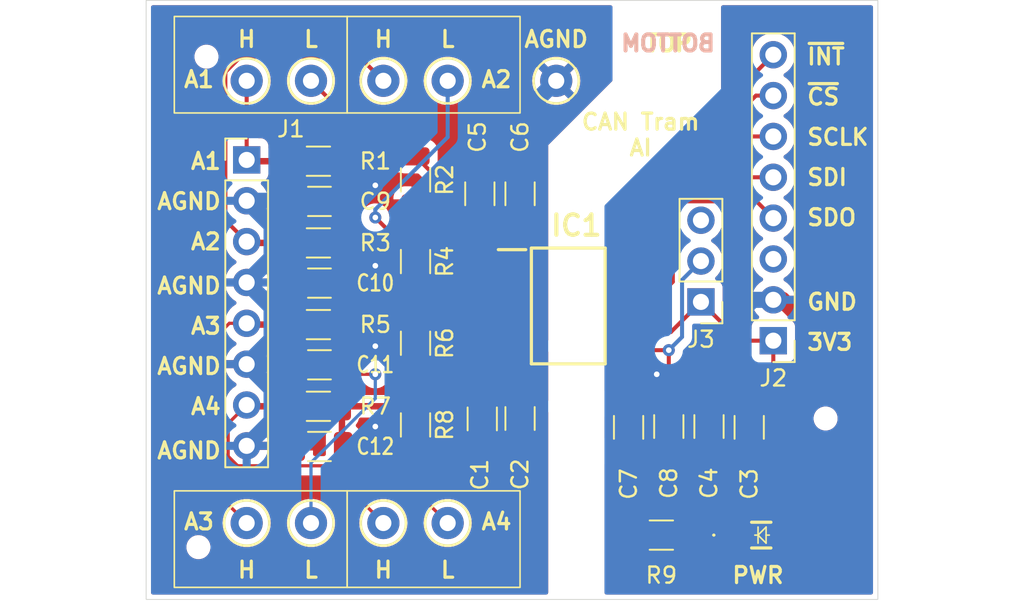
<source format=kicad_pcb>
(kicad_pcb (version 20241229) (generator "pcbnew") (generator_version "9.0")
  (layers (0 "F.Cu" signal) (2 "B.Cu" signal) (13 "F.Paste" user) (15 "B.Paste" user) (5 "F.SilkS" user "F.Silkscreen") (7 "B.SilkS" user "B.Silkscreen") (1 "F.Mask" user) (3 "B.Mask" user) (25 "Edge.Cuts" user))
  (net 0 "")
  (net 1 "GNDF")
  (net 2 "Net-(IC1-VDDF)")
  (net 3 "GNDD")
  (net 4 "+3V3")
  (net 5 "GNDA")
  (net 6 "Net-(IC1-REF)")
  (net 7 "/AL1")
  (net 8 "/AL2")
  (net 9 "/AL3")
  (net 10 "/AL4")
  (net 12 "Net-(IC1-SCLK)")
  (net 14 "Net-(IC1-~{CS})")
  (net 15 "Net-(IC1-~{INT})")
  (net 16 "Net-(IC1-SDO)")
  (net 17 "Net-(IC1-SDI)")
  (net 18 "/A1")
  (net 19 "/A3")
  (net 20 "/A4")
  (net 21 "/A2")
  (net 23 "Net-(LED1-K)")
  (net 24 "Net-(IC1-VDDPL)")
  (footprint "Capacitor_SMD:C_1206_3216Metric" (layer "F.Cu") (at 144.75 114.55 -90)
    (property "Reference" "C3" (at 3.525 0 90) (layer "F.SilkS"))
    (property "Value" "1u")
    (fp_line (start -0.711252 0.91) (end 0.711252 0.91) (stroke (width 0.12)) (layer "F.SilkS"))
    (fp_line (start -0.711252 -0.91) (end 0.711252 -0.91) (stroke (width 0.12)) (layer "F.SilkS"))
    (pad "1" smd roundrect (at -1.475 0 270) (size 1.15 1.8) (layers "F.Cu" "F.Mask" "F.Paste") (roundrect_rratio 0.217391) (net 4 "+3V3"))
    (pad "2" smd roundrect (at 1.475 0 270) (size 1.15 1.8) (layers "F.Cu" "F.Mask" "F.Paste") (roundrect_rratio 0.217391) (net 3 "GNDD"))
  )
  (footprint "Capacitor_SMD:C_1206_3216Metric" (layer "F.Cu") (at 137.25 114.55 -90)
    (property "Reference" "C7" (at 3.525 0 90) (layer "F.SilkS"))
    (property "Value" "1u")
    (fp_line (start -0.711252 0.91) (end 0.711252 0.91) (stroke (width 0.12)) (layer "F.SilkS"))
    (fp_line (start -0.711252 -0.91) (end 0.711252 -0.91) (stroke (width 0.12)) (layer "F.SilkS"))
    (pad "1" smd roundrect (at -1.475 0 270) (size 1.15 1.8) (layers "F.Cu" "F.Mask" "F.Paste") (roundrect_rratio 0.217391) (net 24 "Net-(IC1-VDDPL)"))
    (pad "2" smd roundrect (at 1.475 0 270) (size 1.15 1.8) (layers "F.Cu" "F.Mask" "F.Paste") (roundrect_rratio 0.217391) (net 3 "GNDD"))
  )
  (footprint "Capacitor_SMD:C_1206_3216Metric" (layer "F.Cu") (at 118.025 110.66 180)
    (property "Reference" "C11" (at -3.475 0 0) (layer "F.SilkS") (effects (font (size 1 0.8))))
    (property "Value" "200n")
    (fp_line (start -0.711252 0.91) (end 0.711252 0.91) (stroke (width 0.12)) (layer "F.SilkS"))
    (fp_line (start -0.711252 -0.91) (end 0.711252 -0.91) (stroke (width 0.12)) (layer "F.SilkS"))
    (pad "1" smd roundrect (at -1.475 0 180) (size 1.15 1.8) (layers "F.Cu" "F.Mask" "F.Paste") (roundrect_rratio 0.217391) (net 9 "/AL3"))
    (pad "2" smd roundrect (at 1.475 0 180) (size 1.15 1.8) (layers "F.Cu" "F.Mask" "F.Paste") (roundrect_rratio 0.217391) (net 5 "GNDA"))
  )
  (footprint "Capacitor_SMD:C_1206_3216Metric" (layer "F.Cu") (at 118.025 100.5 180)
    (property "Reference" "C9" (at -3.475 0 0) (layer "F.SilkS"))
    (property "Value" "200n")
    (fp_line (start -0.711252 0.91) (end 0.711252 0.91) (stroke (width 0.12)) (layer "F.SilkS"))
    (fp_line (start -0.711252 -0.91) (end 0.711252 -0.91) (stroke (width 0.12)) (layer "F.SilkS"))
    (pad "1" smd roundrect (at -1.475 0 180) (size 1.15 1.8) (layers "F.Cu" "F.Mask" "F.Paste") (roundrect_rratio 0.217391) (net 7 "/AL1"))
    (pad "2" smd roundrect (at 1.475 0 180) (size 1.15 1.8) (layers "F.Cu" "F.Mask" "F.Paste") (roundrect_rratio 0.217391) (net 5 "GNDA"))
  )
  (footprint "Resistor_SMD:R_1206_3216Metric" (layer "F.Cu") (at 117.9625 98)
    (property "Reference" "R1" (at 3.5375 0 0) (layer "F.SilkS"))
    (property "Value" "8,2k")
    (fp_line (start -0.727064 -0.91) (end 0.727064 -0.91) (stroke (width 0.12)) (layer "F.SilkS"))
    (fp_line (start -0.727064 0.91) (end 0.727064 0.91) (stroke (width 0.12)) (layer "F.SilkS"))
    (pad "1" smd roundrect (at -1.4625 0) (size 1.125 1.75) (layers "F.Cu" "F.Mask" "F.Paste") (roundrect_rratio 0.222222) (net 18 "/A1"))
    (pad "2" smd roundrect (at 1.4625 0) (size 1.125 1.75) (layers "F.Cu" "F.Mask" "F.Paste") (roundrect_rratio 0.222222) (net 7 "/AL1"))
  )
  (footprint "Resistor_SMD:R_1206_3216Metric" (layer "F.Cu") (at 117.9625 108.16)
    (property "Reference" "R5" (at 3.5375 0 0) (layer "F.SilkS"))
    (property "Value" "8,2k")
    (fp_line (start -0.727064 -0.91) (end 0.727064 -0.91) (stroke (width 0.12)) (layer "F.SilkS"))
    (fp_line (start -0.727064 0.91) (end 0.727064 0.91) (stroke (width 0.12)) (layer "F.SilkS"))
    (pad "1" smd roundrect (at -1.4625 0) (size 1.125 1.75) (layers "F.Cu" "F.Mask" "F.Paste") (roundrect_rratio 0.222222) (net 19 "/A3"))
    (pad "2" smd roundrect (at 1.4625 0) (size 1.125 1.75) (layers "F.Cu" "F.Mask" "F.Paste") (roundrect_rratio 0.222222) (net 9 "/AL3"))
  )
  (footprint "FH_Aachen:PassStift_d=1.0_D=6.0_einseitig" (layer "F.Cu") (at 149.5 114)
    (property "Reference" "REF**" (hide yes))
    (property "Value" "PassStift_d=1.0_D=6.0_einseitig")
    (pad "" np_thru_hole circle (at 0 0) (size 1 1) (drill 1) (layers "*.Cu" "*.Mask"))
  )
  (footprint "Connector_PinHeader_2.54mm:PinHeader_1x03_P2.54mm_Vertical" (layer "F.Cu") (at 141.75 106.75 180)
    (property "Reference" "J3" (at 0 -2.33 0) (layer "F.SilkS"))
    (property "Value" "Conn_01x03")
    (fp_line (start 1.33 1.27) (end 1.33 6.41) (stroke (width 0.12)) (layer "F.SilkS"))
    (fp_line (start -1.33 6.41) (end 1.33 6.41) (stroke (width 0.12)) (layer "F.SilkS"))
    (fp_line (start -1.33 1.27) (end 1.33 1.27) (stroke (width 0.12)) (layer "F.SilkS"))
    (fp_line (start -1.33 1.27) (end -1.33 6.41) (stroke (width 0.12)) (layer "F.SilkS"))
    (fp_line (start -1.33 0) (end -1.33 -1.33) (stroke (width 0.12)) (layer "F.SilkS"))
    (fp_line (start -1.33 -1.33) (end 0 -1.33) (stroke (width 0.12)) (layer "F.SilkS"))
    (pad "1" thru_hole rect (at 0 0 180) (size 1.7 1.7) (drill 1) (layers "*.Cu" "*.Mask") (net 4 "+3V3"))
    (pad "2" thru_hole oval (at 0 2.54 180) (size 1.7 1.7) (drill 1) (layers "*.Cu" "*.Mask") (net 24 "Net-(IC1-VDDPL)"))
    (pad "3" thru_hole oval (at 0 5.08 180) (size 1.7 1.7) (drill 1) (layers "*.Cu" "*.Mask"))
  )
  (footprint "Resistor_SMD:R_1206_3216Metric" (layer "F.Cu") (at 124 114.4 -90)
    (property "Reference" "R8" (at 0 -1.82 90) (layer "F.SilkS"))
    (property "Value" "1,8k")
    (fp_line (start -0.727064 0.91) (end 0.727064 0.91) (stroke (width 0.12)) (layer "F.SilkS"))
    (fp_line (start -0.727064 -0.91) (end 0.727064 -0.91) (stroke (width 0.12)) (layer "F.SilkS"))
    (pad "1" smd roundrect (at -1.4625 0 270) (size 1.125 1.75) (layers "F.Cu" "F.Mask" "F.Paste") (roundrect_rratio 0.222222) (net 10 "/AL4"))
    (pad "2" smd roundrect (at 1.4625 0 270) (size 1.125 1.75) (layers "F.Cu" "F.Mask" "F.Paste") (roundrect_rratio 0.222222) (net 5 "GNDA"))
  )
  (footprint "FH_Aachen:PassStift_d=1.0_D=6.0_einseitig" (layer "F.Cu") (at 111 91.5)
    (property "Reference" "REF**" (hide yes))
    (property "Value" "PassStift_d=1.0_D=6.0_einseitig")
    (pad "" np_thru_hole circle (at 0 0) (size 1 1) (drill 1) (layers "*.Cu" "*.Mask"))
  )
  (footprint "TestPoint:TestPoint_Keystone_5000-5004_Miniature" (layer "F.Cu") (at 126 120.5)
    (property "Reference" "TP5" (hide yes))
    (property "Value" "TestPoint_Probe")
    (fp_circle (center 0 0) (end 1.4 0) (stroke (width 0.15)) (fill no) (layer "F.SilkS"))
    (pad "1" thru_hole circle (at 0 0) (size 2 2) (drill 1) (layers "*.Cu" "*.Mask") (net 10 "/AL4"))
  )
  (footprint "TestPoint:TestPoint_Keystone_5000-5004_Miniature" (layer "F.Cu") (at 126 93)
    (property "Reference" "TP7" (hide yes))
    (property "Value" "TestPoint_Probe")
    (fp_circle (center 0 0) (end 1.4 0) (stroke (width 0.15)) (fill no) (layer "F.SilkS"))
    (pad "1" thru_hole circle (at 0 0) (size 2 2) (drill 1) (layers "*.Cu" "*.Mask") (net 8 "/AL2"))
  )
  (footprint "Capacitor_SMD:C_1206_3216Metric" (layer "F.Cu") (at 128 100.025 90)
    (property "Reference" "C5" (at 3.525 -0.15 90) (layer "F.SilkS"))
    (property "Value" "1u")
    (fp_line (start -0.711252 -0.91) (end 0.711252 -0.91) (stroke (width 0.12)) (layer "F.SilkS"))
    (fp_line (start -0.711252 0.91) (end 0.711252 0.91) (stroke (width 0.12)) (layer "F.SilkS"))
    (pad "1" smd roundrect (at -1.475 0 90) (size 1.15 1.8) (layers "F.Cu" "F.Mask" "F.Paste") (roundrect_rratio 0.217391) (net 6 "Net-(IC1-REF)"))
    (pad "2" smd roundrect (at 1.475 0 90) (size 1.15 1.8) (layers "F.Cu" "F.Mask" "F.Paste") (roundrect_rratio 0.217391) (net 5 "GNDA"))
  )
  (footprint "Connector_PinHeader_2.54mm:PinHeader_1x08_P2.54mm_Vertical" (layer "F.Cu") (at 146.25 109.16 180)
    (property "Reference" "J2" (at 0 -2.33 0) (layer "F.SilkS"))
    (property "Value" "Conn_01x08")
    (fp_line (start 1.33 1.27) (end 1.33 19.11) (stroke (width 0.12)) (layer "F.SilkS"))
    (fp_line (start -1.33 19.11) (end 1.33 19.11) (stroke (width 0.12)) (layer "F.SilkS"))
    (fp_line (start -1.33 1.27) (end 1.33 1.27) (stroke (width 0.12)) (layer "F.SilkS"))
    (fp_line (start -1.33 1.27) (end -1.33 19.11) (stroke (width 0.12)) (layer "F.SilkS"))
    (fp_line (start -1.33 0) (end -1.33 -1.33) (stroke (width 0.12)) (layer "F.SilkS"))
    (fp_line (start -1.33 -1.33) (end 0 -1.33) (stroke (width 0.12)) (layer "F.SilkS"))
    (pad "1" thru_hole rect (at 0 0 180) (size 1.7 1.7) (drill 1) (layers "*.Cu" "*.Mask") (net 4 "+3V3"))
    (pad "2" thru_hole oval (at 0 2.54 180) (size 1.7 1.7) (drill 1) (layers "*.Cu" "*.Mask") (net 3 "GNDD"))
    (pad "3" thru_hole oval (at 0 5.08 180) (size 1.7 1.7) (drill 1) (layers "*.Cu" "*.Mask"))
    (pad "4" thru_hole oval (at 0 7.62 180) (size 1.7 1.7) (drill 1) (layers "*.Cu" "*.Mask") (net 16 "Net-(IC1-SDO)"))
    (pad "5" thru_hole oval (at 0 10.16 180) (size 1.7 1.7) (drill 1) (layers "*.Cu" "*.Mask") (net 17 "Net-(IC1-SDI)"))
    (pad "6" thru_hole oval (at 0 12.7 180) (size 1.7 1.7) (drill 1) (layers "*.Cu" "*.Mask") (net 12 "Net-(IC1-SCLK)"))
    (pad "7" thru_hole oval (at 0 15.24 180) (size 1.7 1.7) (drill 1) (layers "*.Cu" "*.Mask") (net 14 "Net-(IC1-~{CS})"))
    (pad "8" thru_hole oval (at 0 17.78 180) (size 1.7 1.7) (drill 1) (layers "*.Cu" "*.Mask") (net 15 "Net-(IC1-~{INT})"))
  )
  (footprint "Resistor_SMD:R_1206_3216Metric" (layer "F.Cu") (at 124 99.16 -90)
    (property "Reference" "R2" (at 0 -1.82 90) (layer "F.SilkS"))
    (property "Value" "1,8k")
    (fp_line (start -0.727064 0.91) (end 0.727064 0.91) (stroke (width 0.12)) (layer "F.SilkS"))
    (fp_line (start -0.727064 -0.91) (end 0.727064 -0.91) (stroke (width 0.12)) (layer "F.SilkS"))
    (pad "1" smd roundrect (at -1.4625 0 270) (size 1.125 1.75) (layers "F.Cu" "F.Mask" "F.Paste") (roundrect_rratio 0.222222) (net 7 "/AL1"))
    (pad "2" smd roundrect (at 1.4625 0 270) (size 1.125 1.75) (layers "F.Cu" "F.Mask" "F.Paste") (roundrect_rratio 0.222222) (net 5 "GNDA"))
  )
  (footprint "TestPoint:TestPoint_Keystone_5000-5004_Miniature" (layer "F.Cu") (at 117.5 120.5)
    (property "Reference" "TP6" (hide yes))
    (property "Value" "TestPoint_Probe")
    (fp_circle (center 0 0) (end 1.4 0) (stroke (width 0.15)) (fill no) (layer "F.SilkS"))
    (pad "1" thru_hole circle (at 0 0) (size 2 2) (drill 1) (layers "*.Cu" "*.Mask") (net 9 "/AL3"))
  )
  (footprint "TestPoint:TestPoint_Keystone_5000-5004_Miniature" (layer "F.Cu") (at 132.75 93)
    (property "Reference" "TP9" (hide yes))
    (property "Value" "TestPoint_Probe")
    (fp_circle (center 0 0) (end 1.4 0) (stroke (width 0.15)) (fill no) (layer "F.SilkS"))
    (pad "1" thru_hole circle (at 0 0) (size 2 2) (drill 1) (layers "*.Cu" "*.Mask") (net 5 "GNDA"))
  )
  (footprint "Capacitor_SMD:C_1206_3216Metric" (layer "F.Cu") (at 130.5 100.025 90)
    (property "Reference" "C6" (at 3.525 0 90) (layer "F.SilkS"))
    (property "Value" "10n")
    (fp_line (start -0.711252 -0.91) (end 0.711252 -0.91) (stroke (width 0.12)) (layer "F.SilkS"))
    (fp_line (start -0.711252 0.91) (end 0.711252 0.91) (stroke (width 0.12)) (layer "F.SilkS"))
    (pad "1" smd roundrect (at -1.475 0 90) (size 1.15 1.8) (layers "F.Cu" "F.Mask" "F.Paste") (roundrect_rratio 0.217391) (net 6 "Net-(IC1-REF)"))
    (pad "2" smd roundrect (at 1.475 0 90) (size 1.15 1.8) (layers "F.Cu" "F.Mask" "F.Paste") (roundrect_rratio 0.217391) (net 5 "GNDA"))
  )
  (footprint "Resistor_SMD:R_1206_3216Metric" (layer "F.Cu") (at 117.9625 113.24)
    (property "Reference" "R7" (at 3.5375 0 0) (layer "F.SilkS"))
    (property "Value" "8,2k")
    (fp_line (start -0.727064 -0.91) (end 0.727064 -0.91) (stroke (width 0.12)) (layer "F.SilkS"))
    (fp_line (start -0.727064 0.91) (end 0.727064 0.91) (stroke (width 0.12)) (layer "F.SilkS"))
    (pad "1" smd roundrect (at -1.4625 0) (size 1.125 1.75) (layers "F.Cu" "F.Mask" "F.Paste") (roundrect_rratio 0.222222) (net 20 "/A4"))
    (pad "2" smd roundrect (at 1.4625 0) (size 1.125 1.75) (layers "F.Cu" "F.Mask" "F.Paste") (roundrect_rratio 0.222222) (net 10 "/AL4"))
  )
  (footprint "Resistor_SMD:R_1206_3216Metric" (layer "F.Cu") (at 124 104.24 -90)
    (property "Reference" "R4" (at 0 -1.82 90) (layer "F.SilkS"))
    (property "Value" "1,8k")
    (fp_line (start -0.727064 0.91) (end 0.727064 0.91) (stroke (width 0.12)) (layer "F.SilkS"))
    (fp_line (start -0.727064 -0.91) (end 0.727064 -0.91) (stroke (width 0.12)) (layer "F.SilkS"))
    (pad "1" smd roundrect (at -1.4625 0 270) (size 1.125 1.75) (layers "F.Cu" "F.Mask" "F.Paste") (roundrect_rratio 0.222222) (net 8 "/AL2"))
    (pad "2" smd roundrect (at 1.4625 0 270) (size 1.125 1.75) (layers "F.Cu" "F.Mask" "F.Paste") (roundrect_rratio 0.222222) (net 5 "GNDA"))
  )
  (footprint "Capacitor_SMD:C_1206_3216Metric" (layer "F.Cu") (at 142.25 114.5 -90)
    (property "Reference" "C4" (at 3.525 0 90) (layer "F.SilkS"))
    (property "Value" "10n")
    (fp_line (start -0.711252 0.91) (end 0.711252 0.91) (stroke (width 0.12)) (layer "F.SilkS"))
    (fp_line (start -0.711252 -0.91) (end 0.711252 -0.91) (stroke (width 0.12)) (layer "F.SilkS"))
    (pad "1" smd roundrect (at -1.475 0 270) (size 1.15 1.8) (layers "F.Cu" "F.Mask" "F.Paste") (roundrect_rratio 0.217391) (net 4 "+3V3"))
    (pad "2" smd roundrect (at 1.475 0 270) (size 1.15 1.8) (layers "F.Cu" "F.Mask" "F.Paste") (roundrect_rratio 0.217391) (net 3 "GNDD"))
  )
  (footprint "Capacitor_SMD:C_1206_3216Metric" (layer "F.Cu") (at 139.75 114.5 -90)
    (property "Reference" "C8" (at 3.525 0 90) (layer "F.SilkS"))
    (property "Value" "10n")
    (fp_line (start -0.711252 0.91) (end 0.711252 0.91) (stroke (width 0.12)) (layer "F.SilkS"))
    (fp_line (start -0.711252 -0.91) (end 0.711252 -0.91) (stroke (width 0.12)) (layer "F.SilkS"))
    (pad "1" smd roundrect (at -1.475 0 270) (size 1.15 1.8) (layers "F.Cu" "F.Mask" "F.Paste") (roundrect_rratio 0.217391) (net 24 "Net-(IC1-VDDPL)"))
    (pad "2" smd roundrect (at 1.475 0 270) (size 1.15 1.8) (layers "F.Cu" "F.Mask" "F.Paste") (roundrect_rratio 0.217391) (net 3 "GNDD"))
  )
  (footprint "TestPoint:TestPoint_Keystone_5000-5004_Miniature" (layer "F.Cu") (at 113.5 120.5)
    (property "Reference" "TP3" (hide yes))
    (property "Value" "TestPoint_Probe")
    (fp_circle (center 0 0) (end 1.4 0) (stroke (width 0.15)) (fill no) (layer "F.SilkS"))
    (pad "1" thru_hole circle (at 0 0) (size 2 2) (drill 1) (layers "*.Cu" "*.Mask") (net 19 "/A3"))
  )
  (footprint "Capacitor_SMD:C_1206_3216Metric" (layer "F.Cu") (at 130.5 114 90)
    (property "Reference" "C2" (at -3.475 0 90) (layer "F.SilkS"))
    (property "Value" "1u")
    (fp_line (start -0.711252 -0.91) (end 0.711252 -0.91) (stroke (width 0.12)) (layer "F.SilkS"))
    (fp_line (start -0.711252 0.91) (end 0.711252 0.91) (stroke (width 0.12)) (layer "F.SilkS"))
    (pad "1" smd roundrect (at -1.475 0 90) (size 1.15 1.8) (layers "F.Cu" "F.Mask" "F.Paste") (roundrect_rratio 0.217391) (net 2 "Net-(IC1-VDDF)"))
    (pad "2" smd roundrect (at 1.475 0 90) (size 1.15 1.8) (layers "F.Cu" "F.Mask" "F.Paste") (roundrect_rratio 0.217391) (net 1 "GNDF"))
  )
  (footprint "Capacitor_SMD:C_1206_3216Metric" (layer "F.Cu") (at 128.15 114.025 90)
    (property "Reference" "C1" (at -3.475 -0.15 90) (layer "F.SilkS"))
    (property "Value" "10n")
    (fp_line (start -0.711252 -0.91) (end 0.711252 -0.91) (stroke (width 0.12)) (layer "F.SilkS"))
    (fp_line (start -0.711252 0.91) (end 0.711252 0.91) (stroke (width 0.12)) (layer "F.SilkS"))
    (pad "1" smd roundrect (at -1.475 0 90) (size 1.15 1.8) (layers "F.Cu" "F.Mask" "F.Paste") (roundrect_rratio 0.217391) (net 2 "Net-(IC1-VDDF)"))
    (pad "2" smd roundrect (at 1.475 0 90) (size 1.15 1.8) (layers "F.Cu" "F.Mask" "F.Paste") (roundrect_rratio 0.217391) (net 1 "GNDF"))
  )
  (footprint "TestPoint:TestPoint_Keystone_5000-5004_Miniature" (layer "F.Cu") (at 122 93)
    (property "Reference" "TP2" (hide yes))
    (property "Value" "TestPoint_Probe")
    (fp_circle (center 0 0) (end 1.4 0) (stroke (width 0.15)) (fill no) (layer "F.SilkS"))
    (pad "1" thru_hole circle (at 0 0) (size 2 2) (drill 1) (layers "*.Cu" "*.Mask") (net 21 "/A2"))
  )
  (footprint "Connector_PinHeader_2.54mm:PinHeader_1x08_P2.54mm_Vertical" (layer "F.Cu") (at 113.5 97.92)
    (property "Reference" "J1" (at 2.75 -1.92 0) (layer "F.SilkS"))
    (property "Value" "Conn_01x08")
    (fp_line (start -1.33 -1.33) (end 0 -1.33) (stroke (width 0.12)) (layer "F.SilkS"))
    (fp_line (start -1.33 0) (end -1.33 -1.33) (stroke (width 0.12)) (layer "F.SilkS"))
    (fp_line (start -1.33 1.27) (end -1.33 19.11) (stroke (width 0.12)) (layer "F.SilkS"))
    (fp_line (start -1.33 1.27) (end 1.33 1.27) (stroke (width 0.12)) (layer "F.SilkS"))
    (fp_line (start -1.33 19.11) (end 1.33 19.11) (stroke (width 0.12)) (layer "F.SilkS"))
    (fp_line (start 1.33 1.27) (end 1.33 19.11) (stroke (width 0.12)) (layer "F.SilkS"))
    (pad "1" thru_hole rect (at 0 0) (size 1.7 1.7) (drill 1) (layers "*.Cu" "*.Mask") (net 18 "/A1"))
    (pad "2" thru_hole oval (at 0 2.54) (size 1.7 1.7) (drill 1) (layers "*.Cu" "*.Mask") (net 5 "GNDA"))
    (pad "3" thru_hole oval (at 0 5.08) (size 1.7 1.7) (drill 1) (layers "*.Cu" "*.Mask") (net 21 "/A2"))
    (pad "4" thru_hole oval (at 0 7.62) (size 1.7 1.7) (drill 1) (layers "*.Cu" "*.Mask") (net 5 "GNDA"))
    (pad "5" thru_hole oval (at 0 10.16) (size 1.7 1.7) (drill 1) (layers "*.Cu" "*.Mask") (net 19 "/A3"))
    (pad "6" thru_hole oval (at 0 12.7) (size 1.7 1.7) (drill 1) (layers "*.Cu" "*.Mask") (net 5 "GNDA"))
    (pad "7" thru_hole oval (at 0 15.24) (size 1.7 1.7) (drill 1) (layers "*.Cu" "*.Mask") (net 20 "/A4"))
    (pad "8" thru_hole oval (at 0 17.78) (size 1.7 1.7) (drill 1) (layers "*.Cu" "*.Mask") (net 5 "GNDA"))
  )
  (footprint "Capacitor_SMD:C_1206_3216Metric" (layer "F.Cu") (at 118.025 105.58 180)
    (property "Reference" "C10" (at -3.475 0 0) (layer "F.SilkS") (effects (font (size 1 0.8))))
    (property "Value" "200n")
    (fp_line (start -0.711252 0.91) (end 0.711252 0.91) (stroke (width 0.12)) (layer "F.SilkS"))
    (fp_line (start -0.711252 -0.91) (end 0.711252 -0.91) (stroke (width 0.12)) (layer "F.SilkS"))
    (pad "1" smd roundrect (at -1.475 0 180) (size 1.15 1.8) (layers "F.Cu" "F.Mask" "F.Paste") (roundrect_rratio 0.217391) (net 8 "/AL2"))
    (pad "2" smd roundrect (at 1.475 0 180) (size 1.15 1.8) (layers "F.Cu" "F.Mask" "F.Paste") (roundrect_rratio 0.217391) (net 5 "GNDA"))
  )
  (footprint "Resistor_SMD:R_1206_3216Metric" (layer "F.Cu") (at 139.2875 121.25 180)
    (property "Reference" "R9" (at 0 -2.5 0) (layer "F.SilkS"))
    (property "Value" "8,2k")
    (fp_line (start -0.727064 0.91) (end 0.727064 0.91) (stroke (width 0.12)) (layer "F.SilkS"))
    (fp_line (start -0.727064 -0.91) (end 0.727064 -0.91) (stroke (width 0.12)) (layer "F.SilkS"))
    (pad "1" smd roundrect (at -1.4625 0 180) (size 1.125 1.75) (layers "F.Cu" "F.Mask" "F.Paste") (roundrect_rratio 0.222222) (net 23 "Net-(LED1-K)"))
    (pad "2" smd roundrect (at 1.4625 0 180) (size 1.125 1.75) (layers "F.Cu" "F.Mask" "F.Paste") (roundrect_rratio 0.222222) (net 3 "GNDD"))
  )
  (footprint "FH_Aachen:PassStift_d=1.0_D=6.0_einseitig" (layer "F.Cu") (at 110.5 122)
    (property "Reference" "REF**" (hide yes))
    (property "Value" "PassStift_d=1.0_D=6.0_einseitig")
    (pad "" np_thru_hole circle (at 0 0) (size 1 1) (drill 1) (layers "*.Cu" "*.Mask"))
  )
  (footprint "TestPoint:TestPoint_Keystone_5000-5004_Miniature" (layer "F.Cu") (at 113.5 93)
    (property "Reference" "TP1" (hide yes))
    (property "Value" "TestPoint_Probe")
    (fp_circle (center 0 0) (end 1.4 0) (stroke (width 0.15)) (fill no) (layer "F.SilkS"))
    (pad "1" thru_hole circle (at 0 0) (size 2 2) (drill 1) (layers "*.Cu" "*.Mask") (net 18 "/A1"))
  )
  (footprint "SamacSys_Parts:SOP65P778X199-20N" (layer "F.Cu") (at 133.5 107)
    (property "Reference" "IC1" (at 0.5 -5 0) (layer "F.SilkS") (effects (font (size 1.27 1.27) (thickness 0.254))))
    (property "Value" "MAX22531AAP+" (hide yes))
    (fp_line (start -4.35 -3.5) (end -2.645 -3.5) (stroke (width 0.2)) (layer "F.SilkS"))
    (fp_line (start -2.295 -3.6) (end 2.295 -3.6) (stroke (width 0.2)) (layer "F.SilkS"))
    (fp_line (start -2.295 3.6) (end -2.295 -3.6) (stroke (width 0.2)) (layer "F.SilkS"))
    (fp_line (start 2.295 -3.6) (end 2.295 3.6) (stroke (width 0.2)) (layer "F.SilkS"))
    (fp_line (start 2.295 3.6) (end -2.295 3.6) (stroke (width 0.2)) (layer "F.SilkS"))
    (pad "1" smd rect (at -3.498 -2.925 90) (size 0.45 1.705) (layers "F.Cu" "F.Mask" "F.Paste") (net 6 "Net-(IC1-REF)"))
    (pad "2" smd rect (at -3.498 -2.275 90) (size 0.45 1.705) (layers "F.Cu" "F.Mask" "F.Paste") (net 5 "GNDA"))
    (pad "3" smd rect (at -3.498 -1.625 90) (size 0.45 1.705) (layers "F.Cu" "F.Mask" "F.Paste") (net 7 "/AL1"))
    (pad "4" smd rect (at -3.498 -0.975 90) (size 0.45 1.705) (layers "F.Cu" "F.Mask" "F.Paste") (net 8 "/AL2"))
    (pad "5" smd rect (at -3.498 -0.325 90) (size 0.45 1.705) (layers "F.Cu" "F.Mask" "F.Paste") (net 5 "GNDA"))
    (pad "6" smd rect (at -3.498 0.325 90) (size 0.45 1.705) (layers "F.Cu" "F.Mask" "F.Paste") (net 9 "/AL3"))
    (pad "7" smd rect (at -3.498 0.975 90) (size 0.45 1.705) (layers "F.Cu" "F.Mask" "F.Paste") (net 10 "/AL4"))
    (pad "8" smd rect (at -3.498 1.625 90) (size 0.45 1.705) (layers "F.Cu" "F.Mask" "F.Paste") (net 5 "GNDA"))
    (pad "9" smd rect (at -3.498 2.275 90) (size 0.45 1.705) (layers "F.Cu" "F.Mask" "F.Paste") (net 2 "Net-(IC1-VDDF)"))
    (pad "10" smd rect (at -3.498 2.925 90) (size 0.45 1.705) (layers "F.Cu" "F.Mask" "F.Paste") (net 1 "GNDF"))
    (pad "11" smd rect (at 3.498 2.925 90) (size 0.45 1.705) (layers "F.Cu" "F.Mask" "F.Paste") (net 3 "GNDD"))
    (pad "12" smd rect (at 3.498 2.275 90) (size 0.45 1.705) (layers "F.Cu" "F.Mask" "F.Paste") (net 24 "Net-(IC1-VDDPL)"))
    (pad "13" smd rect (at 3.498 1.625 90) (size 0.45 1.705) (layers "F.Cu" "F.Mask" "F.Paste") (net 4 "+3V3"))
    (pad "14" smd rect (at 3.498 0.975 90) (size 0.45 1.705) (layers "F.Cu" "F.Mask" "F.Paste"))
    (pad "15" smd rect (at 3.498 0.325 90) (size 0.45 1.705) (layers "F.Cu" "F.Mask" "F.Paste"))
    (pad "16" smd rect (at 3.498 -0.325 90) (size 0.45 1.705) (layers "F.Cu" "F.Mask" "F.Paste") (net 16 "Net-(IC1-SDO)"))
    (pad "17" smd rect (at 3.498 -0.975 90) (size 0.45 1.705) (layers "F.Cu" "F.Mask" "F.Paste") (net 17 "Net-(IC1-SDI)"))
    (pad "18" smd rect (at 3.498 -1.625 90) (size 0.45 1.705) (layers "F.Cu" "F.Mask" "F.Paste") (net 12 "Net-(IC1-SCLK)"))
    (pad "19" smd rect (at 3.498 -2.275 90) (size 0.45 1.705) (layers "F.Cu" "F.Mask" "F.Paste") (net 14 "Net-(IC1-~{CS})"))
    (pad "20" smd rect (at 3.498 -2.925 90) (size 0.45 1.705) (layers "F.Cu" "F.Mask" "F.Paste") (net 15 "Net-(IC1-~{INT})"))
  )
  (footprint "Resistor_SMD:R_1206_3216Metric" (layer "F.Cu") (at 117.9625 103.08)
    (property "Reference" "R3" (at 3.5375 0 0) (layer "F.SilkS"))
    (property "Value" "8,2k")
    (fp_line (start -0.727064 -0.91) (end 0.727064 -0.91) (stroke (width 0.12)) (layer "F.SilkS"))
    (fp_line (start -0.727064 0.91) (end 0.727064 0.91) (stroke (width 0.12)) (layer "F.SilkS"))
    (pad "1" smd roundrect (at -1.4625 0) (size 1.125 1.75) (layers "F.Cu" "F.Mask" "F.Paste") (roundrect_rratio 0.222222) (net 21 "/A2"))
    (pad "2" smd roundrect (at 1.4625 0) (size 1.125 1.75) (layers "F.Cu" "F.Mask" "F.Paste") (roundrect_rratio 0.222222) (net 8 "/AL2"))
  )
  (footprint "TestPoint:TestPoint_Keystone_5000-5004_Miniature" (layer "F.Cu") (at 122 120.5)
    (property "Reference" "TP4" (hide yes))
    (property "Value" "TestPoint_Probe")
    (fp_circle (center 0 0) (end 1.4 0) (stroke (width 0.15)) (fill no) (layer "F.SilkS"))
    (pad "1" thru_hole circle (at 0 0) (size 2 2) (drill 1) (layers "*.Cu" "*.Mask") (net 20 "/A4"))
  )
  (footprint "TestPoint:TestPoint_Keystone_5000-5004_Miniature" (layer "F.Cu") (at 117.5 93)
    (property "Reference" "TP8" (hide yes))
    (property "Value" "TestPoint_Probe")
    (fp_circle (center 0 0) (end 1.4 0) (stroke (width 0.15)) (fill no) (layer "F.SilkS"))
    (pad "1" thru_hole circle (at 0 0) (size 2 2) (drill 1) (layers "*.Cu" "*.Mask") (net 7 "/AL1"))
  )
  (footprint "SamacSys_Parts:156120GS75000" (layer "F.Cu") (at 145.5 121.25)
    (property "Reference" "LED1" (hide yes))
    (property "Value" "156120GS75000" (hide yes))
    (fp_line (start -3 0) (end -3 0) (stroke (width 0.1)) (layer "F.SilkS"))
    (fp_line (start -2.9 0) (end -2.9 0) (stroke (width 0.1)) (layer "F.SilkS"))
    (fp_line (start -0.6 -0.8) (end 0.6 -0.8) (stroke (width 0.2)) (layer "F.SilkS"))
    (fp_line (start -0.6 0.8) (end 0.6 0.8) (stroke (width 0.2)) (layer "F.SilkS"))
    (fp_line (start -0.2 -0.5) (end -0.2 0.5) (stroke (width 0.1)) (layer "F.SilkS"))
    (fp_line (start -0.2 0) (end -0.4 0) (stroke (width 0.1)) (layer "F.SilkS"))
    (fp_line (start -0.2 0) (end 0.3 0.5) (stroke (width 0.1)) (layer "F.SilkS"))
    (fp_line (start 0.3 -0.5) (end -0.2 0) (stroke (width 0.1)) (layer "F.SilkS"))
    (fp_line (start 0.3 0) (end 0.3 -0.5) (stroke (width 0.1)) (layer "F.SilkS"))
    (fp_line (start 0.3 0) (end 0.5 0) (stroke (width 0.1)) (layer "F.SilkS"))
    (fp_line (start 0.3 0.5) (end 0.3 0) (stroke (width 0.1)) (layer "F.SilkS"))
    (fp_arc (start -3 0) (mid -2.95 -0.05) (end -2.9 0) (stroke (width 0.1)) (layer "F.SilkS"))
    (fp_arc (start -2.9 0) (mid -2.95 0.05) (end -3 0) (stroke (width 0.1)) (layer "F.SilkS"))
    (pad "1" smd rect (at -1.75 0) (size 1.5 1.6) (layers "F.Cu" "F.Mask" "F.Paste") (net 23 "Net-(LED1-K)"))
    (pad "2" smd rect (at 1.75 0) (size 1.5 1.6) (layers "F.Cu" "F.Mask" "F.Paste") (net 4 "+3V3"))
  )
  (footprint "Capacitor_SMD:C_1206_3216Metric" (layer "F.Cu") (at 118.025 115.74 180)
    (property "Reference" "C12" (at -3.475 0 0) (layer "F.SilkS") (effects (font (size 1 0.8))))
    (property "Value" "200n")
    (fp_line (start -0.711252 0.91) (end 0.711252 0.91) (stroke (width 0.12)) (layer "F.SilkS"))
    (fp_line (start -0.711252 -0.91) (end 0.711252 -0.91) (stroke (width 0.12)) (layer "F.SilkS"))
    (pad "1" smd roundrect (at -1.475 0 180) (size 1.15 1.8) (layers "F.Cu" "F.Mask" "F.Paste") (roundrect_rratio 0.217391) (net 10 "/AL4"))
    (pad "2" smd roundrect (at 1.475 0 180) (size 1.15 1.8) (layers "F.Cu" "F.Mask" "F.Paste") (roundrect_rratio 0.217391) (net 5 "GNDA"))
  )
  (footprint "Resistor_SMD:R_1206_3216Metric" (layer "F.Cu") (at 124 109.32 -90)
    (property "Reference" "R6" (at 0 -1.82 90) (layer "F.SilkS"))
    (property "Value" "1,8k")
    (fp_line (start -0.727064 0.91) (end 0.727064 0.91) (stroke (width 0.12)) (layer "F.SilkS"))
    (fp_line (start -0.727064 -0.91) (end 0.727064 -0.91) (stroke (width 0.12)) (layer "F.SilkS"))
    (pad "1" smd roundrect (at -1.4625 0 270) (size 1.125 1.75) (layers "F.Cu" "F.Mask" "F.Paste") (roundrect_rratio 0.222222) (net 9 "/AL3"))
    (pad "2" smd roundrect (at 1.4625 0 270) (size 1.125 1.75) (layers "F.Cu" "F.Mask" "F.Paste") (roundrect_rratio 0.222222) (net 5 "GNDA"))
  )
  (gr_rect (start 109 89) (end 119.75 95) (stroke (width 0.1)) (fill no) (layer "F.SilkS"))
  (gr_rect (start 119.75 118.5) (end 130.5 124.5) (stroke (width 0.1)) (fill no) (layer "F.SilkS"))
  (gr_rect (start 119.75 89) (end 130.5 95) (stroke (width 0.1)) (fill no) (layer "F.SilkS"))
  (gr_rect (start 109 118.5) (end 119.75 124.5) (stroke (width 0.1)) (fill no) (layer "F.SilkS"))
  (gr_rect (start 107.25 88) (end 152.75 125.25) (stroke (width 0.05)) (fill no) (layer "Edge.Cuts"))
  (gr_text "H" (at 122 91 0) (layer "F.SilkS") (effects (font (size 1 1) (thickness 0.2) (bold yes)) (justify bottom)))
  (gr_text "A3" (at 109.5 121 0) (layer "F.SilkS") (effects (font (size 1 1) (thickness 0.2) (bold yes)) (justify left bottom)))
  (gr_text "H" (at 113.5 124 0) (layer "F.SilkS") (effects (font (size 1 1) (thickness 0.2) (bold yes)) (justify bottom)))
  (gr_text "A4" (at 128 121 0) (layer "F.SilkS") (effects (font (size 1 1) (thickness 0.2) (bold yes)) (justify left bottom)))
  (gr_text "A3" (at 112 108.25 0) (layer "F.SilkS") (effects (font (size 1 1) (thickness 0.2) (bold yes)) (justify right)))
  (gr_text "AGND" (at 112 105.75 0) (layer "F.SilkS") (effects (font (size 1 1) (thickness 0.2) (bold yes)) (justify right)))
  (gr_text "CAN Tram\nAI" (at 138 97.75 0) (layer "F.SilkS") (effects (font (size 1 1) (thickness 0.2) (bold yes)) (justify bottom)))
  (gr_text "SDI" (at 148.25 99 0) (layer "F.SilkS") (effects (font (size 1 1) (thickness 0.2) (bold yes)) (justify left)))
  (gr_text "PWR" (at 147 123.75 0) (layer "F.SilkS") (effects (font (size 1 1) (thickness 0.2) (bold yes)) (justify right)))
  (gr_text "A4" (at 112 113.25 0) (layer "F.SilkS") (effects (font (size 1 1) (thickness 0.2) (bold yes)) (justify right)))
  (gr_text "A1" (at 112 98 0) (layer "F.SilkS") (effects (font (size 1 1) (thickness 0.2) (bold yes)) (justify right)))
  (gr_text "AGND" (at 132.75 91 0) (layer "F.SilkS") (effects (font (size 1 1) (thickness 0.2) (bold yes)) (justify bottom)))
  (gr_text "TOP" (at 139.75 91.25 0) (layer "F.SilkS") (effects (font (size 1 1) (thickness 0.25) (bold yes)) (justify bottom)))
  (gr_text "L" (at 117.5 124 0) (layer "F.SilkS") (effects (font (size 1 1) (thickness 0.2) (bold yes)) (justify bottom)))
  (gr_text "L" (at 126 124 0) (layer "F.SilkS") (effects (font (size 1 1) (thickness 0.2) (bold yes)) (justify bottom)))
  (gr_text "AGND" (at 112 100.5 0) (layer "F.SilkS") (effects (font (size 1 1) (thickness 0.2) (bold yes)) (justify right)))
  (gr_text "A1" (at 109.5 93.5 0) (layer "F.SilkS") (effects (font (size 1 1) (thickness 0.2) (bold yes)) (justify left bottom)))
  (gr_text "AGND" (at 112 116 0) (layer "F.SilkS") (effects (font (size 1 1) (thickness 0.2) (bold yes)) (justify right)))
  (gr_text "H" (at 122 124 0) (layer "F.SilkS") (effects (font (size 1 1) (thickness 0.2) (bold yes)) (justify bottom)))
  (gr_text "~{CS}" (at 148.25 94 0) (layer "F.SilkS") (effects (font (size 1 1) (thickness 0.2) (bold yes)) (justify left)))
  (gr_text "SCLK" (at 148.25 96.5 0) (layer "F.SilkS") (effects (font (size 1 1) (thickness 0.2) (bold yes)) (justify left)))
  (gr_text "H" (at 113.5 91 0) (layer "F.SilkS") (effects (font (size 1 1) (thickness 0.2) (bold yes)) (justify bottom)))
  (gr_text "3V3" (at 148.25 109.25 0) (layer "F.SilkS") (effects (font (size 1 1) (thickness 0.2) (bold yes)) (justify left)))
  (gr_text "SDO" (at 148.25 101.5 0) (layer "F.SilkS") (effects (font (size 1 1) (thickness 0.2) (bold yes)) (justify left)))
  (gr_text "GND" (at 148.25 106.75 0) (layer "F.SilkS") (effects (font (size 1 1) (thickness 0.2) (bold yes)) (justify left)))
  (gr_text "A2" (at 128 93.5 0) (layer "F.SilkS") (effects (font (size 1 1) (thickness 0.2) (bold yes)) (justify left bottom)))
  (gr_text "~{INT}" (at 148.25 91.5 0) (layer "F.SilkS") (effects (font (size 1 1) (thickness 0.2) (bold yes)) (justify left)))
  (gr_text "A2" (at 112 103 0) (layer "F.SilkS") (effects (font (size 1 1) (thickness 0.2) (bold yes)) (justify right)))
  (gr_text "AGND" (at 112 110.75 0) (layer "F.SilkS") (effects (font (size 1 1) (thickness 0.2) (bold yes)) (justify right)))
  (gr_text "L" (at 126 91 0) (layer "F.SilkS") (effects (font (size 1 1) (thickness 0.2) (bold yes)) (justify bottom)))
  (gr_text "L" (at 117.5 91 0) (layer "F.SilkS") (effects (font (size 1 1) (thickness 0.2) (bold yes)) (justify bottom)))
  (gr_text "BOTTOM" (at 142.75 91.25 0) (layer "B.SilkS") (effects (font (size 1 1) (thickness 0.25) (bold yes)) (justify left bottom mirror)))
  (segment (start 130.002 109.925) (end 130.002 112.027) (width 0.4) (layer "F.Cu") (net 1))
  (segment (start 130.002 112.027) (end 130.5 112.525) (width 0.4) (layer "F.Cu") (net 1))
  (segment (start 130.002 109.925) (end 130.002 110.698) (width 0.4) (layer "F.Cu") (net 1))
  (segment (start 130.002 110.698) (end 128.15 112.55) (width 0.4) (layer "F.Cu") (net 1))
  (segment (start 128.15 115.5) (end 130.475 115.5) (width 0.4) (layer "F.Cu") (net 2))
  (segment (start 126.85 111.1995) (end 126.85 114.2) (width 0.4) (layer "F.Cu") (net 2))
  (segment (start 130.475 115.5) (end 130.5 115.475) (width 0.4) (layer "F.Cu") (net 2))
  (segment (start 130.002 109.275) (end 128.7745 109.275) (width 0.4) (layer "F.Cu") (net 2))
  (segment (start 126.85 114.2) (end 128.15 115.5) (width 0.4) (layer "F.Cu") (net 2))
  (segment (start 128.7745 109.275) (end 126.85 111.1995) (width 0.4) (layer "F.Cu") (net 2))
  (segment (start 148.25 123) (end 139.575 123) (width 1) (layer "F.Cu") (net 3))
  (segment (start 137.823 110.75) (end 136.998 109.925) (width 0.25) (layer "F.Cu") (net 3))
  (segment (start 137.25 116.025) (end 144.75 116.025) (width 0.25) (layer "F.Cu") (net 3))
  (segment (start 150.75 110.56) (end 150.75 120.5) (width 1) (layer "F.Cu") (net 3))
  (segment (start 150.75 120.5) (end 148.25 123) (width 1) (layer "F.Cu") (net 3))
  (segment (start 138.5 110.75) (end 137.823 110.75) (width 0.25) (layer "F.Cu") (net 3))
  (segment (start 146.25 106.62) (end 146.81 106.62) (width 1) (layer "F.Cu") (net 3))
  (segment (start 139 111.25) (end 138.5 110.75) (width 0.25) (layer "F.Cu") (net 3))
  (segment (start 137.825 121.25) (end 137.825 116.6) (width 0.5) (layer "F.Cu") (net 3))
  (segment (start 146.81 106.62) (end 150.75 110.56) (width 1) (layer "F.Cu") (net 3))
  (segment (start 139.575 123) (end 137.825 121.25) (width 1) (layer "F.Cu") (net 3))
  (segment (start 137.825 116.6) (end 137.25 116.025) (width 0.5) (layer "F.Cu") (net 3))
  (via (at 139 111.25) (size 0.75) (drill 0.35) (layers "F.Cu" "B.Cu") (net 3))
  (segment (start 146.25 106.62) (end 144.98 106.62) (width 1) (layer "B.Cu") (net 3))
  (segment (start 144.98 106.62) (end 140.35 111.25) (width 1) (layer "B.Cu") (net 3))
  (segment (start 140.35 111.25) (end 139 111.25) (width 1) (layer "B.Cu") (net 3))
  (segment (start 147.25 115.575) (end 144.75 113.075) (width 0.25) (layer "F.Cu") (net 4))
  (segment (start 146.25 109.16) (end 146.25 111.575) (width 0.25) (layer "F.Cu") (net 4))
  (segment (start 144.75 113.075) (end 142.3 113.075) (width 0.25) (layer "F.Cu") (net 4))
  (segment (start 146.25 111.575) (end 144.75 113.075) (width 0.25) (layer "F.Cu") (net 4))
  (segment (start 147.25 121.25) (end 147.25 115.575) (width 0.25) (layer "F.Cu") (net 4))
  (segment (start 139.875 108.625) (end 136.998 108.625) (width 0.25) (layer "F.Cu") (net 4))
  (segment (start 144.16 109.16) (end 141.75 106.75) (width 0.25) (layer "F.Cu") (net 4))
  (segment (start 141.75 106.75) (end 139.875 108.625) (width 0.25) (layer "F.Cu") (net 4))
  (segment (start 142.3 113.075) (end 142.25 113.025) (width 0.25) (layer "F.Cu") (net 4))
  (segment (start 146.25 109.16) (end 144.16 109.16) (width 0.25) (layer "F.Cu") (net 4))
  (segment (start 116.55 110.66) (end 113.54 110.66) (width 0.4) (layer "F.Cu") (net 5))
  (segment (start 130.002 104.725) (end 131.0795 104.725) (width 0.25) (layer "F.Cu") (net 5))
  (segment (start 131.1045 108.625) (end 130.002 108.625) (width 0.25) (layer "F.Cu") (net 5))
  (segment (start 122.7025 105.7025) (end 121.5 104.5) (width 0.25) (layer "F.Cu") (net 5))
  (segment (start 122.8625 115.8625) (end 121.5 114.5) (width 0.25) (layer "F.Cu") (net 5))
  (segment (start 131.325 106.675) (end 130.002 106.675) (width 0.25) (layer "F.Cu") (net 5))
  (segment (start 128.7745 104.725) (end 130.002 104.725) (width 0.4) (layer "F.Cu") (net 5))
  (segment (start 131.5 106.5) (end 131.325 106.675) (width 0.25) (layer "F.Cu") (net 5))
  (segment (start 130.5 95.25) (end 130.5 98.55) (width 0.5) (layer "F.Cu") (net 5))
  (segment (start 128 98.55) (end 126.7 99.85) (width 0.4) (layer "F.Cu") (net 5))
  (segment (start 122.6225 100.6225) (end 121.5 99.5) (width 0.25) (layer "F.Cu") (net 5))
  (segment (start 131.5 105.1455) (end 131.5 106.5) (width 0.25) (layer "F.Cu") (net 5))
  (segment (start 124 115.8625) (end 122.8625 115.8625) (width 0.25) (layer "F.Cu") (net 5))
  (segment (start 116.55 105.58) (end 113.54 105.58) (width 0.4) (layer "F.Cu") (net 5))
  (segment (start 121.5 109.5) (end 122.7825 110.7825) (width 0.25) (layer "F.Cu") (net 5))
  (segment (start 124 100.6225) (end 122.6225 100.6225) (width 0.25) (layer "F.Cu") (net 5))
  (segment (start 131.0795 104.725) (end 131.5 105.1455) (width 0.25) (layer "F.Cu") (net 5))
  (segment (start 131.0795 106.675) (end 131.1795 106.775) (width 0.25) (layer "F.Cu") (net 5))
  (segment (start 131.1795 106.775) (end 131.1795 108.55) (width 0.25) (layer "F.Cu") (net 5))
  (segment (start 122.7825 110.7825) (end 124 110.7825) (width 0.25) (layer "F.Cu") (net 5))
  (segment (start 126.7 99.85) (end 126.7 102.6505) (width 0.4) (layer "F.Cu") (net 5))
  (segment (start 131.1795 108.55) (end 131.1045 108.625) (width 0.25) (layer "F.Cu") (net 5))
  (segment (start 130.002 106.675) (end 131.0795 106.675) (width 0.25) (layer "F.Cu") (net 5))
  (segment (start 132.75 93) (end 130.5 95.25) (width 0.5) (layer "F.Cu") (net 5))
  (segment (start 124 105.7025) (end 122.7025 105.7025) (width 0.25) (layer "F.Cu") (net 5))
  (segment (start 126.7 102.6505) (end 128.7745 104.725) (width 0.4) (layer "F.Cu") (net 5))
  (segment (start 116.55 115.74) (end 113.54 115.74) (width 0.4) (layer "F.Cu") (net 5))
  (segment (start 130.5 98.55) (end 128 98.55) (width 0.4) (layer "F.Cu") (net 5))
  (segment (start 113.54 100.5) (end 113.5 100.46) (width 0.4) (layer "F.Cu") (net 5))
  (segment (start 116.55 100.5) (end 113.54 100.5) (width 0.4) (layer "F.Cu") (net 5))
  (via (at 121.5 99.5) (size 0.75) (drill 0.35) (layers "F.Cu" "B.Cu") (net 5))
  (via (at 121.5 114.5) (size 0.75) (drill 0.35) (layers "F.Cu" "B.Cu") (net 5))
  (via (at 121.5 104.5) (size 0.75) (drill 0.35) (layers "F.Cu" "B.Cu") (net 5))
  (via (at 121.5 109.5) (size 0.75) (drill 0.35) (layers "F.Cu" "B.Cu") (net 5))
  (segment (start 120.38 110.62) (end 121.5 109.5) (width 1) (layer "B.Cu") (net 5))
  (segment (start 122.575 113.425) (end 121.5 114.5) (width 1) (layer "B.Cu") (net 5))
  (segment (start 132.75 93) (end 121.5 104.25) (width 1) (layer "B.Cu") (net 5))
  (segment (start 115.05 103.99) (end 113.5 105.54) (width 1) (layer "B.Cu") (net 5))
  (segment (start 115.05 107.09) (end 115.05 109.07) (width 1) (layer "B.Cu") (net 5))
  (segment (start 115.05 109.07) (end 113.5 110.62) (width 1) (layer "B.Cu") (net 5))
  (segment (start 121.5 109.5) (end 122.575 110.575) (width 1) (layer "B.Cu") (net 5))
  (segment (start 113.5 105.54) (end 115.05 107.09) (width 1) (layer "B.Cu") (net 5))
  (segment (start 113.5 100.46) (end 120.54 100.46) (width 1) (layer "B.Cu") (net 5))
  (segment (start 115.05 114.15) (end 113.5 115.7) (width 1) (layer "B.Cu") (net 5))
  (segment (start 113.5 100.46) (end 115.05 102.01) (width 1) (layer "B.Cu") (net 5))
  (segment (start 115.05 112.17) (end 115.05 114.15) (width 1) (layer "B.Cu") (net 5))
  (segment (start 113.5 110.62) (end 115.05 112.17) (width 1) (layer "B.Cu") (net 5))
  (segment (start 120.54 100.46) (end 121.5 99.5) (width 1) (layer "B.Cu") (net 5))
  (segment (start 121.5 104.25) (end 121.5 104.5) (width 1) (layer "B.Cu") (net 5))
  (segment (start 115.05 102.01) (end 115.05 103.99) (width 1) (layer "B.Cu") (net 5))
  (segment (start 121.5 109.5) (end 121.5 104.5) (width 1) (layer "B.Cu") (net 5))
  (segment (start 122.575 110.575) (end 122.575 113.425) (width 1) (layer "B.Cu") (net 5))
  (segment (start 113.5 110.62) (end 120.38 110.62) (width 1) (layer "B.Cu") (net 5))
  (segment (start 130.002 104.075) (end 130.002 103.502) (width 0.4) (layer "F.Cu") (net 6))
  (segment (start 130.002 101.998) (end 130.5 101.5) (width 0.4) (layer "F.Cu") (net 6))
  (segment (start 130.002 104.075) (end 130.002 101.998) (width 0.4) (layer "F.Cu") (net 6))
  (segment (start 130.002 103.502) (end 128 101.5) (width 0.4) (layer "F.Cu") (net 6))
  (segment (start 128.375 105.375) (end 130.002 105.375) (width 0.25) (layer "F.Cu") (net 7))
  (segment (start 126.175 99.8725) (end 126.175 103.175) (width 0.25) (layer "F.Cu") (net 7))
  (segment (start 119.425 98) (end 123.6975 98) (width 0.4) (layer "F.Cu") (net 7))
  (segment (start 119.425 94.925) (end 117.5 93) (width 0.25) (layer "F.Cu") (net 7))
  (segment (start 119.425 98) (end 119.425 94.925) (width 0.25) (layer "F.Cu") (net 7))
  (segment (start 126.175 103.175) (end 128.375 105.375) (width 0.25) (layer "F.Cu") (net 7))
  (segment (start 123.6975 98) (end 124 97.6975) (width 0.4) (layer "F.Cu") (net 7))
  (segment (start 124 97.6975) (end 126.175 99.8725) (width 0.25) (layer "F.Cu") (net 7))
  (segment (start 119.425 100.425) (end 119.5 100.5) (width 0.4) (layer "F.Cu") (net 7))
  (segment (start 119.425 98) (end 119.425 100.425) (width 0.4) (layer "F.Cu") (net 7))
  (segment (start 119.425 105.505) (end 119.5 105.58) (width 0.4) (layer "F.Cu") (net 8))
  (segment (start 119.425 103.08) (end 123.6975 103.08) (width 0.4) (layer "F.Cu") (net 8))
  (segment (start 119.425 103.08) (end 119.425 105.505) (width 0.4) (layer "F.Cu") (net 8))
  (segment (start 122.7775 102.7775) (end 121.5 101.5) (width 0.25) (layer "F.Cu") (net 8))
  (segment (start 124 102.7775) (end 124.2775 102.7775) (width 0.25) (layer "F.Cu") (net 8))
  (segment (start 127.525 106.025) (end 130.002 106.025) (width 0.25) (layer "F.Cu") (net 8))
  (segment (start 124 102.7775) (end 122.7775 102.7775) (width 0.25) (layer "F.Cu") (net 8))
  (segment (start 123.6975 103.08) (end 124 102.7775) (width 0.4) (layer "F.Cu") (net 8))
  (segment (start 124.2775 102.7775) (end 127.525 106.025) (width 0.25) (layer "F.Cu") (net 8))
  (via (at 121.5 101.5) (size 0.75) (drill 0.35) (layers "F.Cu" "B.Cu") (net 8))
  (segment (start 121.5 101.5) (end 121.5 101) (width 0.25) (layer "B.Cu") (net 8))
  (segment (start 121.5 101) (end 126 96.5) (width 0.25) (layer "B.Cu") (net 8))
  (segment (start 126 96.5) (end 126 93) (width 0.25) (layer "B.Cu") (net 8))
  (segment (start 121.5 111.25) (end 120.09 111.25) (width 0.2) (layer "F.Cu") (net 9))
  (segment (start 124.1425 107.8575) (end 124.675 107.325) (width 0.25) (layer "F.Cu") (net 9))
  (segment (start 119.425 108.16) (end 119.425 110.585) (width 0.4) (layer "F.Cu") (net 9))
  (segment (start 119.425 108.16) (end 123.6975 108.16) (width 0.4) (layer "F.Cu") (net 9))
  (segment (start 119.425 110.585) (end 119.5 110.66) (width 0.4) (layer "F.Cu") (net 9))
  (segment (start 123.6975 108.16) (end 124 107.8575) (width 0.4) (layer "F.Cu") (net 9))
  (segment (start 120.09 111.25) (end 119.5 110.66) (width 0.2) (layer "F.Cu") (net 9))
  (segment (start 124.675 107.325) (end 130.002 107.325) (width 0.25) (layer "F.Cu") (net 9))
  (segment (start 124 107.8575) (end 124.1425 107.8575) (width 0.25) (layer "F.Cu") (net 9))
  (via (at 121.5 111.25) (size 0.75) (drill 0.35) (layers "F.Cu" "B.Cu") (net 9))
  (segment (start 117.5 116.75) (end 121.5 112.75) (width 0.2) (layer "B.Cu") (net 9))
  (segment (start 117.5 120.5) (end 117.5 116.75) (width 0.2) (layer "B.Cu") (net 9))
  (segment (start 121.5 112.75) (end 121.5 111.25) (width 0.2) (layer "B.Cu") (net 9))
  (segment (start 123.6975 113.24) (end 124 112.9375) (width 0.4) (layer "F.Cu") (net 10))
  (segment (start 119.425 113.24) (end 119.425 115.665) (width 0.4) (layer "F.Cu") (net 10))
  (segment (start 119.425 113.24) (end 123.6975 113.24) (width 0.4) (layer "F.Cu") (net 10))
  (segment (start 119.425 115.665) (end 119.5 115.74) (width 0.4) (layer "F.Cu") (net 10))
  (segment (start 121.24 115.74) (end 119.5 115.74) (width 0.2) (layer "F.Cu") (net 10))
  (segment (start 124.0625 112.9375) (end 129.025 107.975) (width 0.25) (layer "F.Cu") (net 10))
  (segment (start 126 120.5) (end 121.24 115.74) (width 0.2) (layer "F.Cu") (net 10))
  (segment (start 124 112.9375) (end 124.0625 112.9375) (width 0.25) (layer "F.Cu") (net 10))
  (segment (start 129.025 107.975) (end 130.002 107.975) (width 0.25) (layer "F.Cu") (net 10))
  (segment (start 143.267208 96.46) (end 146.25 96.46) (width 0.25) (layer "F.Cu") (net 12))
  (segment (start 139.1 105.127208) (end 139.1 100.627208) (width 0.25) (layer "F.Cu") (net 12))
  (segment (start 138.852208 105.375) (end 139.1 105.127208) (width 0.25) (layer "F.Cu") (net 12))
  (segment (start 136.998 105.375) (end 138.852208 105.375) (width 0.25) (layer "F.Cu") (net 12))
  (segment (start 139.1 100.627208) (end 143.267208 96.46) (width 0.25) (layer "F.Cu") (net 12))
  (segment (start 145.170812 93.92) (end 146.25 93.92) (width 0.25) (layer "F.Cu") (net 14))
  (segment (start 138.65 104.1755) (end 138.65 100.440812) (width 0.25) (layer "F.Cu") (net 14))
  (segment (start 138.1005 104.725) (end 138.65 104.1755) (width 0.25) (layer "F.Cu") (net 14))
  (segment (start 136.998 104.725) (end 138.1005 104.725) (width 0.25) (layer "F.Cu") (net 14))
  (segment (start 138.65 100.440812) (end 145.170812 93.92) (width 0.25) (layer "F.Cu") (net 14))
  (segment (start 136.998 104.075) (end 136.998 100.632) (width 0.25) (layer "F.Cu") (net 15))
  (segment (start 136.998 100.632) (end 146.25 91.38) (width 0.25) (layer "F.Cu") (net 15))
  (segment (start 140 105.5) (end 140 101) (width 0.25) (layer "F.Cu") (net 16))
  (segment (start 136.998 106.675) (end 138.825 106.675) (width 0.25) (layer "F.Cu") (net 16))
  (segment (start 140 101) (end 140.505 100.495) (width 0.25) (layer "F.Cu") (net 16))
  (segment (start 140.505 100.495) (end 145.205 100.495) (width 0.25) (layer "F.Cu") (net 16))
  (segment (start 145.205 100.495) (end 146.25 101.54) (width 0.25) (layer "F.Cu") (net 16))
  (segment (start 138.825 106.675) (end 140 105.5) (width 0.25) (layer "F.Cu") (net 16))
  (segment (start 139.55 105.313604) (end 139.55 100.813604) (width 0.25) (layer "F.Cu") (net 17))
  (segment (start 139.55 100.813604) (end 141.363604 99) (width 0.25) (layer "F.Cu") (net 17))
  (segment (start 138.838604 106.025) (end 139.55 105.313604) (width 0.25) (layer "F.Cu") (net 17))
  (segment (start 141.363604 99) (end 146.25 99) (width 0.25) (layer "F.Cu") (net 17))
  (segment (start 136.998 106.025) (end 138.838604 106.025) (width 0.25) (layer "F.Cu") (net 17))
  (segment (start 113.5 97.92) (end 113.5 93) (width 0.25) (layer "F.Cu") (net 18))
  (segment (start 113.58 98) (end 113.5 97.92) (width 0.4) (layer "F.Cu") (net 18))
  (segment (start 116.5 98) (end 113.58 98) (width 0.4) (layer "F.Cu") (net 18))
  (segment (start 116.5 108.16) (end 113.58 108.16) (width 0.4) (layer "F.Cu") (net 19))
  (segment (start 110.25 117.25) (end 110.25 110.25) (width 0.2) (layer "F.Cu") (net 19))
  (segment (start 110.25 110.25) (end 112.42 108.08) (width 0.2) (layer "F.Cu") (net 19))
  (segment (start 112.42 108.08) (end 113.5 108.08) (width 0.2) (layer "F.Cu") (net 19))
  (segment (start 113.5 120.5) (end 110.25 117.25) (width 0.2) (layer "F.Cu") (net 19))
  (segment (start 112.94 116.94) (end 112.35 116.35) (width 0.2) (layer "F.Cu") (net 20))
  (segment (start 112.35 116.35) (end 112.35 114.31) (width 0.2) (layer "F.Cu") (net 20))
  (segment (start 112.35 114.31) (end 113.5 113.16) (width 0.2) (layer "F.Cu") (net 20))
  (segment (start 122 120.5) (end 118.44 116.94) (width 0.2) (layer "F.Cu") (net 20))
  (segment (start 118.44 116.94) (end 112.94 116.94) (width 0.2) (layer "F.Cu") (net 20))
  (segment (start 116.5 113.24) (end 113.58 113.24) (width 0.4) (layer "F.Cu") (net 20))
  (segment (start 120.5 91.5) (end 122 93) (width 0.25) (layer "F.Cu") (net 21))
  (segment (start 113.5 103) (end 112.175 101.675) (width 0.25) (layer "F.Cu") (net 21))
  (segment (start 116.5 103.08) (end 113.58 103.08) (width 0.4) (layer "F.Cu") (net 21))
  (segment (start 112.175 92.451167) (end 113.126167 91.5) (width 0.25) (layer "F.Cu") (net 21))
  (segment (start 113.126167 91.5) (end 120.5 91.5) (width 0.25) (layer "F.Cu") (net 21))
  (segment (start 112.175 101.675) (end 112.175 92.451167) (width 0.25) (layer "F.Cu") (net 21))
  (segment (start 140.75 121.25) (end 143.75 121.25) (width 0.25) (layer "F.Cu") (net 23))
  (segment (start 137.3 113.025) (end 137.25 113.075) (width 0.25) (layer "F.Cu") (net 24))
  (segment (start 139.75 109.75) (end 138.5505 109.75) (width 0.25) (layer "F.Cu") (net 24))
  (segment (start 139.75 113.025) (end 137.3 113.025) (width 0.25) (layer "F.Cu") (net 24))
  (segment (start 138.5505 109.75) (end 138.0755 109.275) (width 0.25) (layer "F.Cu") (net 24))
  (segment (start 139.75 109.75) (end 139.75 113.025) (width 0.25) (layer "F.Cu") (net 24))
  (segment (start 138.1005 109.275) (end 136.998 109.275) (width 0.25) (layer "F.Cu") (net 24))
  (via (at 139.75 109.75) (size 0.75) (drill 0.35) (layers "F.Cu" "B.Cu") (net 24))
  (segment (start 139.75 109.75) (end 140.575 108.925) (width 0.25) (layer "B.Cu") (net 24))
  (segment (start 140.575 108.925) (end 140.575 105.385) (width 0.25) (layer "B.Cu") (net 24))
  (segment (start 140.575 105.385) (end 141.75 104.21) (width 0.25) (layer "B.Cu") (net 24))
  (zone (net 1) (net_name "GNDF") (layer "F.Cu") (priority 3) (connect_pads (clearance 0.5)) (min_thickness 0.25) (fill yes (thermal_gap 0.5) (thermal_bridge_width 0.5))
    (polygon (pts (xy 132.25 109.75) (xy 128.5 109.75) (xy 127 111.25) (xy 127 113) (xy 132.25 113)))
  )
  (zone (net 3) (net_name "GNDD") (layers "F.Cu" "B.Cu") (priority 2) (connect_pads (clearance 0.5)) (min_thickness 0.25) (fill yes (thermal_gap 0.5) (thermal_bridge_width 0.5))
    (polygon (pts (xy 152.75 88) (xy 143 88) (xy 143 93.5) (xy 135.75 100.75) (xy 135.75 125.25) (xy 152.75 125.25)))
  )
  (zone (net 5) (net_name "GNDA") (layers "F.Cu" "B.Cu") (priority 2) (connect_pads (clearance 0.5)) (min_thickness 0.25) (fill yes (thermal_gap 0.5) (thermal_bridge_width 0.5))
    (polygon (pts (xy 107.25 88) (xy 136.25 88) (xy 136.25 93) (xy 132.25 97) (xy 132.25 125.25) (xy 107.25 125.25)))
  )
)
</source>
